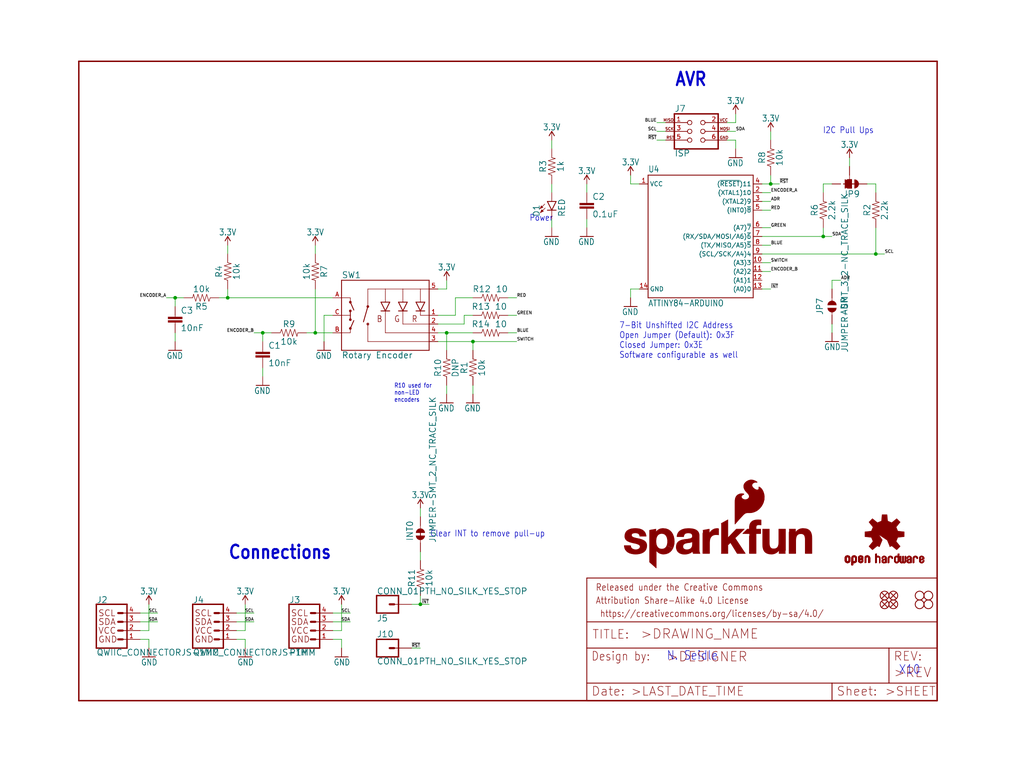
<source format=kicad_sch>
(kicad_sch (version 20211123) (generator eeschema)
  (paper "User" 297.002 223.926)
  (lib_symbols
    (symbol "eagleSchem-eagle-import:0.1UF-0603-25V-(+80{slash}-20%)"
      (property "Reference" "C" (at 1.524 2.921 0))
      (property "Value" "0.1UF-0603-25V-(+80{slash}-20%)" (at 1.524 -2.159 0))
      (symbol "0.1UF-0603-25V-(+80{slash}-20%)_1_0"
        (pin passive line (at 0 5.08 270) (length 2.54) (name "1") (number "1"))
        (pin passive line (at 0 -2.54 90) (length 2.54) (name "2") (number "2"))
      )
    )
    (symbol "eagleSchem-eagle-import:10KOHM-0603-1{slash}10W-1%"
      (property "Reference" "R" (at 0 1.524 0))
      (property "Value" "10KOHM-0603-1{slash}10W-1%" (at 0 -1.524 0))
      (symbol "10KOHM-0603-1{slash}10W-1%_1_0"
        (pin passive line (at -5.08 0 0) (length 2.54) (name "1") (number "1"))
        (pin passive line (at 5.08 0 180) (length 2.54) (name "2") (number "2"))
      )
    )
    (symbol "eagleSchem-eagle-import:10NF-0603-50V-10%"
      (property "Reference" "C" (at 1.524 2.921 0))
      (property "Value" "10NF-0603-50V-10%" (at 1.524 -2.159 0))
      (symbol "10NF-0603-50V-10%_1_0"
        (pin passive line (at 0 5.08 270) (length 2.54) (name "1") (number "1"))
        (pin passive line (at 0 -2.54 90) (length 2.54) (name "2") (number "2"))
      )
    )
    (symbol "eagleSchem-eagle-import:10OHM-0603-1{slash}10W-1%"
      (property "Reference" "R" (at 0 1.524 0))
      (property "Value" "10OHM-0603-1{slash}10W-1%" (at 0 -1.524 0))
      (symbol "10OHM-0603-1{slash}10W-1%_1_0"
        (pin passive line (at -5.08 0 0) (length 2.54) (name "1") (number "1"))
        (pin passive line (at 5.08 0 180) (length 2.54) (name "2") (number "2"))
      )
    )
    (symbol "eagleSchem-eagle-import:1KOHM-0603-1{slash}10W-1%"
      (property "Reference" "R" (at 0 1.524 0))
      (property "Value" "1KOHM-0603-1{slash}10W-1%" (at 0 -1.524 0))
      (symbol "1KOHM-0603-1{slash}10W-1%_1_0"
        (pin passive line (at -5.08 0 0) (length 2.54) (name "1") (number "1"))
        (pin passive line (at 5.08 0 180) (length 2.54) (name "2") (number "2"))
      )
    )
    (symbol "eagleSchem-eagle-import:2.2KOHM-0603-1{slash}10W-1%"
      (property "Reference" "R" (at 0 1.524 0))
      (property "Value" "2.2KOHM-0603-1{slash}10W-1%" (at 0 -1.524 0))
      (symbol "2.2KOHM-0603-1{slash}10W-1%_1_0"
        (pin passive line (at -5.08 0 0) (length 2.54) (name "1") (number "1"))
        (pin passive line (at 5.08 0 180) (length 2.54) (name "2") (number "2"))
      )
    )
    (symbol "eagleSchem-eagle-import:3.3V" (power)
      (property "Value" "3.3V" (at 0 2.794 0))
      (symbol "3.3V_1_0"
        (pin power_in line (at 0 0 90) (length 2.54) (name "3.3V") (number "1"))
      )
    )
    (symbol "eagleSchem-eagle-import:ATTINY84-ARDUINO"
      (property "Reference" "U" (at -15.24 18.542 0))
      (property "Value" "ATTINY84-ARDUINO" (at -15.24 -20.32 0))
      (symbol "ATTINY84-ARDUINO_1_0"
        (pin bidirectional line (at -17.78 15.24 0) (length 2.54) (name "VCC") (number "1"))
        (pin bidirectional line (at 17.78 -7.62 180) (length 2.54) (name "(A3)3") (number "10"))
        (pin bidirectional line (at 17.78 -10.16 180) (length 2.54) (name "(A2)2") (number "11"))
        (pin bidirectional line (at 17.78 -12.7 180) (length 2.54) (name "(A1)1") (number "12"))
        (pin bidirectional line (at 17.78 -15.24 180) (length 2.54) (name "(A0)0") (number "13"))
        (pin bidirectional line (at -17.78 -15.24 0) (length 2.54) (name "GND") (number "14"))
        (pin bidirectional line (at 17.78 12.7 180) (length 2.54) (name "(XTAL1)10") (number "2"))
        (pin bidirectional line (at 17.78 10.16 180) (length 2.54) (name "(XTAL2)9") (number "3"))
        (pin bidirectional line (at 17.78 15.24 180) (length 2.54) (name "(~{RESET})11") (number "4"))
        (pin bidirectional line (at 17.78 7.62 180) (length 2.54) (name "(INT0)~{8}") (number "5"))
        (pin bidirectional line (at 17.78 2.54 180) (length 2.54) (name "(A7)~{7}") (number "6"))
        (pin bidirectional line (at 17.78 0 180) (length 2.54) (name "(RX/SDA/MOSI/A6)~{6}") (number "7"))
        (pin bidirectional line (at 17.78 -2.54 180) (length 2.54) (name "(TX/MISO/A5)~{5}") (number "8"))
        (pin bidirectional line (at 17.78 -5.08 180) (length 2.54) (name "(SCL/SCK/A4)4") (number "9"))
      )
    )
    (symbol "eagleSchem-eagle-import:AVR_SPI_PROG_3X2TESTPOINTS"
      (property "Reference" "J" (at -5.08 5.588 0))
      (property "Value" "AVR_SPI_PROG_3X2TESTPOINTS" (at -5.08 -7.366 0))
      (symbol "AVR_SPI_PROG_3X2TESTPOINTS_1_0"
        (text "GND" (at 8.001 -2.286 0) (effects (font (size 0.8128 0.8128)) (justify left bottom)))
        (text "MISO" (at -5.207 2.794 0) (effects (font (size 0.8128 0.8128)) (justify right bottom)))
        (text "MOSI" (at 8.001 0.254 0) (effects (font (size 0.8128 0.8128)) (justify left bottom)))
        (text "RST" (at -5.08 -2.286 0) (effects (font (size 0.8128 0.8128)) (justify right bottom)))
        (text "SCK" (at -5.207 0.254 0) (effects (font (size 0.8128 0.8128)) (justify right bottom)))
        (text "VCC" (at 8.001 2.794 0) (effects (font (size 0.8128 0.8128)) (justify left bottom)))
        (pin passive inverted (at -7.62 2.54 0) (length 7.62) (name "1") (number "1"))
        (pin passive inverted (at 10.16 2.54 180) (length 7.62) (name "2") (number "2"))
        (pin passive inverted (at -7.62 0 0) (length 7.62) (name "3") (number "3"))
        (pin passive inverted (at 10.16 0 180) (length 7.62) (name "4") (number "4"))
        (pin passive inverted (at -7.62 -2.54 0) (length 7.62) (name "5") (number "5"))
        (pin passive inverted (at 10.16 -2.54 180) (length 7.62) (name "6") (number "6"))
      )
    )
    (symbol "eagleSchem-eagle-import:CONN_01PTH_NO_SILK_YES_STOP"
      (property "Reference" "J" (at -2.54 3.048 0))
      (property "Value" "CONN_01PTH_NO_SILK_YES_STOP" (at -2.54 -4.826 0))
      (symbol "CONN_01PTH_NO_SILK_YES_STOP_1_0"
        (pin passive line (at 7.62 0 180) (length 5.08) (name "1") (number "1"))
      )
    )
    (symbol "eagleSchem-eagle-import:ENCODER-RGB-SWITCHKIT"
      (property "Reference" "S" (at -12.7 10.414 0))
      (property "Value" "ENCODER-RGB-SWITCHKIT" (at -12.7 -10.541 0))
      (symbol "ENCODER-RGB-SWITCHKIT_1_0"
        (text "B" (at -2.54 0 0) (effects (font (size 1.778 1.5113)) (justify left top)))
        (text "G" (at 2.54 0 0) (effects (font (size 1.778 1.5113)) (justify left top)))
        (text "R" (at 7.62 0 0) (effects (font (size 1.778 1.5113)) (justify left top)))
        (pin passive line (at 15.24 0 180) (length 2.54) (name "-R") (number "1"))
        (pin passive line (at 15.24 -2.54 180) (length 2.54) (name "-G") (number "2"))
        (pin passive line (at 15.24 -7.62 180) (length 2.54) (name "SW") (number "3"))
        (pin passive line (at 15.24 -5.08 180) (length 2.54) (name "-B") (number "4"))
        (pin passive line (at 15.24 7.62 180) (length 2.54) (name "+") (number "5"))
        (pin bidirectional line (at -15.24 5.08 0) (length 2.54) (name "A") (number "A"))
        (pin bidirectional line (at -15.24 -5.08 0) (length 2.54) (name "B") (number "B"))
        (pin bidirectional line (at -15.24 0 0) (length 2.54) (name "C") (number "C"))
      )
    )
    (symbol "eagleSchem-eagle-import:FIDUCIALUFIDUCIAL")
    (symbol "eagleSchem-eagle-import:FRAME-LETTER"
      (symbol "FRAME-LETTER_2_0"
        (text " https://creativecommons.org/licenses/by-sa/4.0/" (at 2.54 24.13 0) (effects (font (size 1.9304 1.6408)) (justify left bottom)))
        (text ">DESIGNER" (at 23.114 11.176 0) (effects (font (size 2.7432 2.7432)) (justify left bottom)))
        (text ">DRAWING_NAME" (at 15.494 17.78 0) (effects (font (size 2.7432 2.7432)) (justify left bottom)))
        (text ">LAST_DATE_TIME" (at 12.7 1.27 0) (effects (font (size 2.54 2.54)) (justify left bottom)))
        (text ">REV" (at 88.9 6.604 0) (effects (font (size 2.7432 2.7432)) (justify left bottom)))
        (text ">SHEET" (at 86.36 1.27 0) (effects (font (size 2.54 2.54)) (justify left bottom)))
        (text "Attribution Share-Alike 4.0 License" (at 2.54 27.94 0) (effects (font (size 1.9304 1.6408)) (justify left bottom)))
        (text "Date:" (at 1.27 1.27 0) (effects (font (size 2.54 2.54)) (justify left bottom)))
        (text "Design by:" (at 1.27 11.43 0) (effects (font (size 2.54 2.159)) (justify left bottom)))
        (text "Released under the Creative Commons" (at 2.54 31.75 0) (effects (font (size 1.9304 1.6408)) (justify left bottom)))
        (text "REV:" (at 88.9 11.43 0) (effects (font (size 2.54 2.54)) (justify left bottom)))
        (text "Sheet:" (at 72.39 1.27 0) (effects (font (size 2.54 2.54)) (justify left bottom)))
        (text "TITLE:" (at 1.524 17.78 0) (effects (font (size 2.54 2.54)) (justify left bottom)))
      )
    )
    (symbol "eagleSchem-eagle-import:GND" (power)
      (property "Value" "GND" (at -2.54 -2.54 0))
      (symbol "GND_1_0"
        (pin power_in line (at 0 2.54 270) (length 2.54) (name "GND") (number "1"))
      )
    )
    (symbol "eagleSchem-eagle-import:I2C_STANDARD_NO_SILK"
      (property "Reference" "J" (at -5.08 7.874 0))
      (property "Value" "I2C_STANDARD_NO_SILK" (at -5.08 -5.334 0))
      (symbol "I2C_STANDARD_NO_SILK_1_0"
        (text "GND" (at -4.572 -2.54 0) (effects (font (size 1.778 1.778)) (justify left)))
        (text "SCL" (at -4.572 5.08 0) (effects (font (size 1.778 1.778)) (justify left)))
        (text "SDA" (at -4.572 2.54 0) (effects (font (size 1.778 1.778)) (justify left)))
        (text "VCC" (at -4.572 0 0) (effects (font (size 1.778 1.778)) (justify left)))
        (pin power_in line (at 7.62 -2.54 180) (length 5.08) (name "GND") (number "1"))
        (pin power_in line (at 7.62 0 180) (length 5.08) (name "VCC") (number "2"))
        (pin passive line (at 7.62 2.54 180) (length 5.08) (name "SDA") (number "3"))
        (pin passive line (at 7.62 5.08 180) (length 5.08) (name "SCL") (number "4"))
      )
    )
    (symbol "eagleSchem-eagle-import:JUMPER-SMT_2_NC_TRACE_SILK"
      (property "Reference" "JP" (at -2.54 2.54 0))
      (property "Value" "JUMPER-SMT_2_NC_TRACE_SILK" (at -2.54 -2.54 0))
      (symbol "JUMPER-SMT_2_NC_TRACE_SILK_1_0"
        (pin passive line (at -5.08 0 0) (length 2.54) (name "1") (number "1"))
        (pin passive line (at 5.08 0 180) (length 2.54) (name "2") (number "2"))
      )
    )
    (symbol "eagleSchem-eagle-import:JUMPER-SMT_2_NO_SILK"
      (property "Reference" "JP" (at -2.54 2.54 0))
      (property "Value" "JUMPER-SMT_2_NO_SILK" (at -2.54 -2.54 0))
      (symbol "JUMPER-SMT_2_NO_SILK_1_0"
        (pin passive line (at -5.08 0 0) (length 2.54) (name "1") (number "1"))
        (pin passive line (at 5.08 0 180) (length 2.54) (name "2") (number "2"))
      )
    )
    (symbol "eagleSchem-eagle-import:JUMPER-SMT_3_2-NC_TRACE_SILK"
      (property "Reference" "JP" (at 2.54 0.381 0))
      (property "Value" "JUMPER-SMT_3_2-NC_TRACE_SILK" (at 2.54 -0.381 0))
      (symbol "JUMPER-SMT_3_2-NC_TRACE_SILK_1_0"
        (pin passive line (at 0 5.08 270) (length 2.54) (name "1") (number "1"))
        (pin passive line (at -5.08 0 0) (length 2.54) (name "2") (number "2"))
        (pin passive line (at 0 -5.08 90) (length 2.54) (name "3") (number "3"))
      )
    )
    (symbol "eagleSchem-eagle-import:LED-RED0603"
      (property "Reference" "D" (at -3.429 -4.572 90))
      (property "Value" "LED-RED0603" (at 1.905 -4.572 90))
      (symbol "LED-RED0603_1_0"
        (pin passive line (at 0 2.54 270) (length 2.54) (name "A") (number "A"))
        (pin passive line (at 0 -5.08 90) (length 2.54) (name "C") (number "C"))
      )
    )
    (symbol "eagleSchem-eagle-import:OSHW-LOGOMINI")
    (symbol "eagleSchem-eagle-import:QWIIC_CONNECTORJS-1MM"
      (property "Reference" "J" (at -5.08 7.874 0))
      (property "Value" "QWIIC_CONNECTORJS-1MM" (at -5.08 -5.334 0))
      (symbol "QWIIC_CONNECTORJS-1MM_1_0"
        (text "GND" (at -4.572 -2.54 0) (effects (font (size 1.778 1.778)) (justify left)))
        (text "SCL" (at -4.572 5.08 0) (effects (font (size 1.778 1.778)) (justify left)))
        (text "SDA" (at -4.572 2.54 0) (effects (font (size 1.778 1.778)) (justify left)))
        (text "VCC" (at -4.572 0 0) (effects (font (size 1.778 1.778)) (justify left)))
        (pin power_in line (at 7.62 -2.54 180) (length 5.08) (name "1") (number "1"))
        (pin power_in line (at 7.62 0 180) (length 5.08) (name "2") (number "2"))
        (pin passive line (at 7.62 2.54 180) (length 5.08) (name "3") (number "3"))
        (pin passive line (at 7.62 5.08 180) (length 5.08) (name "4") (number "4"))
      )
    )
    (symbol "eagleSchem-eagle-import:SFE_LOGO_FLAME.1EXP")
    (symbol "eagleSchem-eagle-import:SFE_LOGO_NAME_FLAME.1_INCH")
    (symbol "eagleSchem-eagle-import:STAND-OFF")
  )
  (junction (at 66.04 86.36))
  (junction (at 91.44 96.52))
  (junction (at 50.8 86.36))
  (junction (at 238.76 68.58))
  (junction (at 223.52 53.34))
  (junction (at 76.2 96.52))
  (junction (at 137.16 99.06))
  (junction (at 129.54 96.52))
  (junction (at 121.92 175.26))
  (junction (at 254 73.66))
  (wire (pts (xy 170.18 55.88) (xy 170.18 53.34)))
  (wire (pts (xy 132.08 91.44) (xy 132.08 86.36)))
  (wire (pts (xy 160.02 43.18) (xy 160.02 40.64)))
  (wire (pts (xy 78.74 96.52) (xy 76.2 96.52)))
  (wire (pts (xy 50.8 86.36) (xy 48.26 86.36)))
  (wire (pts (xy 254 73.66) (xy 256.54 73.66)))
  (wire (pts (xy 220.98 53.34) (xy 223.52 53.34)))
  (wire (pts (xy 43.18 182.88) (xy 43.18 175.26)))
  (wire (pts (xy 96.52 180.34) (xy 101.6 180.34)))
  (wire (pts (xy 246.38 48.26) (xy 246.38 45.72)))
  (wire (pts (xy 129.54 96.52) (xy 137.16 96.52)))
  (wire (pts (xy 220.98 78.74) (xy 223.52 78.74)))
  (wire (pts (xy 129.54 101.6) (xy 129.54 96.52)))
  (wire (pts (xy 119.38 175.26) (xy 121.92 175.26)))
  (wire (pts (xy 68.58 180.34) (xy 73.66 180.34)))
  (wire (pts (xy 134.62 91.44) (xy 137.16 91.44)))
  (wire (pts (xy 213.36 40.64) (xy 213.36 43.18)))
  (wire (pts (xy 68.58 177.8) (xy 73.66 177.8)))
  (wire (pts (xy 88.9 96.52) (xy 91.44 96.52)))
  (wire (pts (xy 121.92 175.26) (xy 124.46 175.26)))
  (wire (pts (xy 40.64 177.8) (xy 45.72 177.8)))
  (wire (pts (xy 96.52 86.36) (xy 66.04 86.36)))
  (wire (pts (xy 91.44 83.82) (xy 91.44 96.52)))
  (wire (pts (xy 193.04 40.64) (xy 190.5 40.64)))
  (wire (pts (xy 137.16 101.6) (xy 137.16 99.06)))
  (wire (pts (xy 220.98 73.66) (xy 254 73.66)))
  (wire (pts (xy 182.88 83.82) (xy 182.88 86.36)))
  (wire (pts (xy 96.52 91.44) (xy 93.98 91.44)))
  (wire (pts (xy 210.82 38.1) (xy 213.36 38.1)))
  (wire (pts (xy 134.62 93.98) (xy 134.62 91.44)))
  (wire (pts (xy 50.8 99.06) (xy 50.8 96.52)))
  (wire (pts (xy 76.2 109.22) (xy 76.2 106.68)))
  (wire (pts (xy 96.52 177.8) (xy 101.6 177.8)))
  (wire (pts (xy 121.92 147.32) (xy 121.92 149.86)))
  (wire (pts (xy 220.98 58.42) (xy 223.52 58.42)))
  (wire (pts (xy 182.88 53.34) (xy 182.88 50.8)))
  (wire (pts (xy 160.02 55.88) (xy 160.02 53.34)))
  (wire (pts (xy 160.02 66.04) (xy 160.02 63.5)))
  (wire (pts (xy 91.44 71.12) (xy 91.44 73.66)))
  (wire (pts (xy 220.98 66.04) (xy 223.52 66.04)))
  (wire (pts (xy 147.32 86.36) (xy 149.86 86.36)))
  (wire (pts (xy 170.18 63.5) (xy 170.18 66.04)))
  (wire (pts (xy 121.92 160.02) (xy 121.92 162.56)))
  (wire (pts (xy 254 66.04) (xy 254 73.66)))
  (wire (pts (xy 241.3 83.82) (xy 241.3 81.28)))
  (wire (pts (xy 241.3 81.28) (xy 243.84 81.28)))
  (wire (pts (xy 220.98 83.82) (xy 223.52 83.82)))
  (wire (pts (xy 129.54 114.3) (xy 129.54 111.76)))
  (wire (pts (xy 50.8 88.9) (xy 50.8 86.36)))
  (wire (pts (xy 43.18 185.42) (xy 43.18 187.96)))
  (wire (pts (xy 147.32 96.52) (xy 149.86 96.52)))
  (wire (pts (xy 220.98 60.96) (xy 223.52 60.96)))
  (wire (pts (xy 223.52 53.34) (xy 223.52 50.8)))
  (wire (pts (xy 147.32 91.44) (xy 149.86 91.44)))
  (wire (pts (xy 66.04 83.82) (xy 66.04 86.36)))
  (wire (pts (xy 137.16 99.06) (xy 149.86 99.06)))
  (wire (pts (xy 220.98 76.2) (xy 223.52 76.2)))
  (wire (pts (xy 68.58 182.88) (xy 71.12 182.88)))
  (wire (pts (xy 40.64 185.42) (xy 43.18 185.42)))
  (wire (pts (xy 71.12 185.42) (xy 71.12 187.96)))
  (wire (pts (xy 220.98 68.58) (xy 238.76 68.58)))
  (wire (pts (xy 213.36 33.02) (xy 213.36 35.56)))
  (wire (pts (xy 241.3 93.98) (xy 241.3 96.52)))
  (wire (pts (xy 71.12 182.88) (xy 71.12 175.26)))
  (wire (pts (xy 220.98 55.88) (xy 223.52 55.88)))
  (wire (pts (xy 76.2 96.52) (xy 73.66 96.52)))
  (wire (pts (xy 119.38 187.96) (xy 121.92 187.96)))
  (wire (pts (xy 241.3 53.34) (xy 238.76 53.34)))
  (wire (pts (xy 210.82 40.64) (xy 213.36 40.64)))
  (wire (pts (xy 193.04 38.1) (xy 190.5 38.1)))
  (wire (pts (xy 96.52 185.42) (xy 99.06 185.42)))
  (wire (pts (xy 66.04 86.36) (xy 63.5 86.36)))
  (wire (pts (xy 238.76 66.04) (xy 238.76 68.58)))
  (wire (pts (xy 127 83.82) (xy 129.54 83.82)))
  (wire (pts (xy 220.98 71.12) (xy 223.52 71.12)))
  (wire (pts (xy 238.76 68.58) (xy 241.3 68.58)))
  (wire (pts (xy 185.42 83.82) (xy 182.88 83.82)))
  (wire (pts (xy 254 53.34) (xy 254 55.88)))
  (wire (pts (xy 127 96.52) (xy 129.54 96.52)))
  (wire (pts (xy 40.64 182.88) (xy 43.18 182.88)))
  (wire (pts (xy 99.06 185.42) (xy 99.06 187.96)))
  (wire (pts (xy 132.08 86.36) (xy 137.16 86.36)))
  (wire (pts (xy 185.42 53.34) (xy 182.88 53.34)))
  (wire (pts (xy 121.92 172.72) (xy 121.92 175.26)))
  (wire (pts (xy 193.04 35.56) (xy 190.5 35.56)))
  (wire (pts (xy 223.52 40.64) (xy 223.52 38.1)))
  (wire (pts (xy 76.2 96.52) (xy 76.2 99.06)))
  (wire (pts (xy 68.58 185.42) (xy 71.12 185.42)))
  (wire (pts (xy 251.46 53.34) (xy 254 53.34)))
  (wire (pts (xy 129.54 83.82) (xy 129.54 81.28)))
  (wire (pts (xy 127 99.06) (xy 137.16 99.06)))
  (wire (pts (xy 40.64 180.34) (xy 45.72 180.34)))
  (wire (pts (xy 223.52 53.34) (xy 226.06 53.34)))
  (wire (pts (xy 210.82 35.56) (xy 213.36 35.56)))
  (wire (pts (xy 93.98 91.44) (xy 93.98 99.06)))
  (wire (pts (xy 238.76 53.34) (xy 238.76 55.88)))
  (wire (pts (xy 53.34 86.36) (xy 50.8 86.36)))
  (wire (pts (xy 127 93.98) (xy 134.62 93.98)))
  (wire (pts (xy 137.16 114.3) (xy 137.16 111.76)))
  (wire (pts (xy 127 91.44) (xy 132.08 91.44)))
  (wire (pts (xy 99.06 182.88) (xy 99.06 175.26)))
  (wire (pts (xy 66.04 71.12) (xy 66.04 73.66)))
  (wire (pts (xy 96.52 96.52) (xy 91.44 96.52)))
  (wire (pts (xy 96.52 182.88) (xy 99.06 182.88)))
  (text "I2C Pull Ups" (at 238.633 38.989 180) (effects (font (size 1.778 1.5113)) (justify left bottom)))
  (text "Connections" (at 66.04 162.56 180) (effects (font (size 3.81 3.2385) (thickness 0.6477) bold) (justify left bottom)))
  (text "Clear INT to remove pull-up" (at 124.714 155.956 180) (effects (font (size 1.778 1.5113)) (justify left bottom)))
  (text "R10 used for\nnon-LED\nencoders" (at 114.3 116.84 180) (effects (font (size 1.27 1.0795)) (justify left bottom)))
  (text "X10" (at 260.604 195.834 180) (effects (font (size 2.54 2.159)) (justify left bottom)))
  (text "N. Seidle" (at 193.294 191.77 180) (effects (font (size 2.54 2.159)) (justify left bottom)))
  (text "Power" (at 153.543 64.389 180) (effects (font (size 1.778 1.5113)) (justify left bottom)))
  (text "7-Bit Unshifted I2C Address\nOpen Jumper (Default): 0x3F\nClosed Jumper: 0x3E\nSoftware configurable as well" (at 179.578 104.14 0) (effects (font (size 1.778 1.5113)) (justify left bottom)))
  (text "AVR" (at 195.58 25.4 180) (effects (font (size 3.81 3.2385) (thickness 0.6477) bold) (justify left bottom)))
  (label "ENCODER_A" (at 223.52 55.88 0) (effects (font (size 0.889 0.889))))
  (label "ENCODER_B" (at 73.66 96.52 180) (effects (font (size 0.889 0.889))))
  (label "SCL" (at 101.6 177.8 180) (effects (font (size 0.889 0.889))))
  (label "ADR" (at 243.84 81.28 0) (effects (font (size 0.889 0.889))))
  (label "RED" (at 149.86 86.36 0) (effects (font (size 0.889 0.889))))
  (label "SCL" (at 73.66 177.8 180) (effects (font (size 0.889 0.889))))
  (label "RED" (at 223.52 60.96 0) (effects (font (size 0.889 0.889))))
  (label "ENCODER_B" (at 223.52 78.74 0) (effects (font (size 0.889 0.889))))
  (label "GREEN" (at 149.86 91.44 0) (effects (font (size 0.889 0.889))))
  (label "GREEN" (at 223.52 66.04 0) (effects (font (size 0.889 0.889))))
  (label "~{RST}" (at 226.06 53.34 0) (effects (font (size 0.889 0.889))))
  (label "SCL" (at 190.5 38.1 180) (effects (font (size 0.889 0.889))))
  (label "BLUE" (at 223.52 71.12 0) (effects (font (size 0.889 0.889))))
  (label "SDA" (at 101.6 180.34 180) (effects (font (size 0.889 0.889))))
  (label "BLUE" (at 149.86 96.52 0) (effects (font (size 0.889 0.889))))
  (label "~{INT}" (at 124.46 175.26 180) (effects (font (size 0.889 0.889))))
  (label "~{RST}" (at 121.92 187.96 180) (effects (font (size 0.889 0.889))))
  (label "~{RST}" (at 190.5 40.64 180) (effects (font (size 0.889 0.889))))
  (label "~{INT}" (at 223.52 83.82 0) (effects (font (size 0.889 0.889))))
  (label "SWITCH" (at 149.86 99.06 0) (effects (font (size 0.889 0.889))))
  (label "SDA" (at 45.72 180.34 180) (effects (font (size 0.889 0.889))))
  (label "SDA" (at 73.66 180.34 180) (effects (font (size 0.889 0.889))))
  (label "SDA" (at 241.3 68.58 0) (effects (font (size 0.889 0.889))))
  (label "SWITCH" (at 223.52 76.2 0) (effects (font (size 0.889 0.889))))
  (label "ADR" (at 223.52 58.42 0) (effects (font (size 0.889 0.889))))
  (label "SDA" (at 213.36 38.1 0) (effects (font (size 0.889 0.889))))
  (label "SCL" (at 256.54 73.66 0) (effects (font (size 0.889 0.889))))
  (label "BLUE" (at 190.5 35.56 180) (effects (font (size 0.889 0.889))))
  (label "SCL" (at 45.72 177.8 180) (effects (font (size 0.889 0.889))))
  (label "ENCODER_A" (at 48.26 86.36 180) (effects (font (size 0.889 0.889))))
  (symbol (lib_id "eagleSchem-eagle-import:STAND-OFF") (at 269.24 172.72 0) (unit 1)
    (property "Reference" "JP3" (effects hide))
    (property "Value" "STAND-OFF" (effects hide))
    (property "Footprint" "eagleSchem:STAND-OFF" (effects hide))
  )
  (symbol (lib_id "eagleSchem-eagle-import:2.2KOHM-0603-1{slash}10W-1%") (at 254 60.96 90) (unit 1)
    (property "Reference" "R2" (at 252.476 60.96 0) (effects (font (size 1.778 1.778)) (justify bottom)))
    (property "Value" "2.2k" (at 255.524 60.96 0) (effects (font (size 1.778 1.778)) (justify top)))
    (property "Footprint" "eagleSchem:0603" (effects hide))
  )
  (symbol (lib_id "eagleSchem-eagle-import:10KOHM-0603-1{slash}10W-1%") (at 66.04 78.74 90) (unit 1)
    (property "Reference" "R4" (at 64.516 78.74 0) (effects (font (size 1.778 1.778)) (justify bottom)))
    (property "Value" "10k" (at 67.564 78.74 0) (effects (font (size 1.778 1.778)) (justify top)))
    (property "Footprint" "eagleSchem:0603" (effects hide))
  )
  (symbol (lib_id "eagleSchem-eagle-import:ENCODER-RGB-SWITCHKIT") (at 111.76 91.44 0) (unit 1)
    (property "Reference" "SW1" (at 99.06 80.772 0) (effects (font (size 1.778 1.778)) (justify left bottom)))
    (property "Value" "Rotary Encoder" (at 99.06 104.013 0) (effects (font (size 1.778 1.778)) (justify left bottom)))
    (property "Footprint" "eagleSchem:ENCODER_LED_3_KIT" (effects hide))
  )
  (symbol (lib_id "eagleSchem-eagle-import:STAND-OFF") (at 266.7 175.26 0) (unit 1)
    (property "Reference" "JP13" (effects hide))
    (property "Value" "STAND-OFF" (effects hide))
    (property "Footprint" "eagleSchem:STAND-OFF" (effects hide))
  )
  (symbol (lib_id "eagleSchem-eagle-import:GND") (at 170.18 68.58 0) (unit 1)
    (property "Reference" "#GND5" (effects hide))
    (property "Value" "GND" (at 167.64 71.12 0) (effects (font (size 1.778 1.5113)) (justify left bottom)))
    (property "Footprint" "eagleSchem:" (effects hide))
  )
  (symbol (lib_id "eagleSchem-eagle-import:3.3V") (at 182.88 50.8 0) (unit 1)
    (property "Reference" "#SUPPLY17" (effects hide))
    (property "Value" "3.3V" (at 182.88 48.006 0) (effects (font (size 1.778 1.5113)) (justify bottom)))
    (property "Footprint" "eagleSchem:" (effects hide))
  )
  (symbol (lib_id "eagleSchem-eagle-import:3.3V") (at 223.52 38.1 0) (unit 1)
    (property "Reference" "#SUPPLY18" (effects hide))
    (property "Value" "3.3V" (at 223.52 35.306 0) (effects (font (size 1.778 1.5113)) (justify bottom)))
    (property "Footprint" "eagleSchem:" (effects hide))
  )
  (symbol (lib_id "eagleSchem-eagle-import:QWIIC_CONNECTORJS-1MM") (at 33.02 182.88 0) (unit 1)
    (property "Reference" "J2" (at 27.94 175.006 0) (effects (font (size 1.778 1.778)) (justify left bottom)))
    (property "Value" "QWIIC_CONNECTORJS-1MM" (at 27.94 188.214 0) (effects (font (size 1.778 1.778)) (justify left top)))
    (property "Footprint" "eagleSchem:1X04_1MM_RA" (effects hide))
  )
  (symbol (lib_id "eagleSchem-eagle-import:10NF-0603-50V-10%") (at 76.2 104.14 0) (unit 1)
    (property "Reference" "C1" (at 77.724 101.219 0) (effects (font (size 1.778 1.778)) (justify left bottom)))
    (property "Value" "10nF" (at 77.724 106.299 0) (effects (font (size 1.778 1.778)) (justify left bottom)))
    (property "Footprint" "eagleSchem:0603" (effects hide))
  )
  (symbol (lib_id "eagleSchem-eagle-import:GND") (at 213.36 45.72 0) (unit 1)
    (property "Reference" "#GND14" (effects hide))
    (property "Value" "GND" (at 210.82 48.26 0) (effects (font (size 1.778 1.5113)) (justify left bottom)))
    (property "Footprint" "eagleSchem:" (effects hide))
  )
  (symbol (lib_id "eagleSchem-eagle-import:FIDUCIALUFIDUCIAL") (at 256.54 172.72 0) (unit 1)
    (property "Reference" "JP2" (effects hide))
    (property "Value" "FIDUCIALUFIDUCIAL" (effects hide))
    (property "Footprint" "eagleSchem:MICRO-FIDUCIAL" (effects hide))
  )
  (symbol (lib_id "eagleSchem-eagle-import:3.3V") (at 66.04 71.12 0) (unit 1)
    (property "Reference" "#SUPPLY2" (effects hide))
    (property "Value" "3.3V" (at 66.04 68.326 0) (effects (font (size 1.778 1.5113)) (justify bottom)))
    (property "Footprint" "eagleSchem:" (effects hide))
  )
  (symbol (lib_id "eagleSchem-eagle-import:3.3V") (at 213.36 33.02 0) (unit 1)
    (property "Reference" "#SUPPLY19" (effects hide))
    (property "Value" "3.3V" (at 213.36 30.226 0) (effects (font (size 1.778 1.5113)) (justify bottom)))
    (property "Footprint" "eagleSchem:" (effects hide))
  )
  (symbol (lib_id "eagleSchem-eagle-import:3.3V") (at 160.02 40.64 0) (unit 1)
    (property "Reference" "#SUPPLY10" (effects hide))
    (property "Value" "3.3V" (at 160.02 37.846 0) (effects (font (size 1.778 1.5113)) (justify bottom)))
    (property "Footprint" "eagleSchem:" (effects hide))
  )
  (symbol (lib_id "eagleSchem-eagle-import:3.3V") (at 246.38 45.72 0) (unit 1)
    (property "Reference" "#SUPPLY15" (effects hide))
    (property "Value" "3.3V" (at 246.38 42.926 0) (effects (font (size 1.778 1.5113)) (justify bottom)))
    (property "Footprint" "eagleSchem:" (effects hide))
  )
  (symbol (lib_id "eagleSchem-eagle-import:AVR_SPI_PROG_3X2TESTPOINTS") (at 200.66 38.1 0) (unit 1)
    (property "Reference" "J7" (at 195.58 32.512 0) (effects (font (size 1.778 1.778)) (justify left bottom)))
    (property "Value" "ISP" (at 195.58 45.466 0) (effects (font (size 1.778 1.778)) (justify left bottom)))
    (property "Footprint" "eagleSchem:2X3_TEST_POINTS" (effects hide))
  )
  (symbol (lib_id "eagleSchem-eagle-import:OSHW-LOGOMINI") (at 256.54 154.94 0) (unit 1)
    (property "Reference" "LOGO1" (effects hide))
    (property "Value" "OSHW-LOGOMINI" (effects hide))
    (property "Footprint" "eagleSchem:OSHW-LOGO-MINI" (effects hide))
  )
  (symbol (lib_id "eagleSchem-eagle-import:GND") (at 43.18 190.5 0) (mirror y) (unit 1)
    (property "Reference" "#GND6" (effects hide))
    (property "Value" "GND" (at 45.72 193.04 0) (effects (font (size 1.778 1.5113)) (justify left bottom)))
    (property "Footprint" "eagleSchem:" (effects hide))
  )
  (symbol (lib_id "eagleSchem-eagle-import:3.3V") (at 170.18 53.34 0) (unit 1)
    (property "Reference" "#SUPPLY12" (effects hide))
    (property "Value" "3.3V" (at 170.18 50.546 0) (effects (font (size 1.778 1.5113)) (justify bottom)))
    (property "Footprint" "eagleSchem:" (effects hide))
  )
  (symbol (lib_id "eagleSchem-eagle-import:GND") (at 76.2 111.76 0) (unit 1)
    (property "Reference" "#GND9" (effects hide))
    (property "Value" "GND" (at 73.66 114.3 0) (effects (font (size 1.778 1.5113)) (justify left bottom)))
    (property "Footprint" "eagleSchem:" (effects hide))
  )
  (symbol (lib_id "eagleSchem-eagle-import:FIDUCIALUFIDUCIAL") (at 259.08 172.72 0) (unit 1)
    (property "Reference" "JP6" (effects hide))
    (property "Value" "FIDUCIALUFIDUCIAL" (effects hide))
    (property "Footprint" "eagleSchem:MICRO-FIDUCIAL" (effects hide))
  )
  (symbol (lib_id "eagleSchem-eagle-import:GND") (at 50.8 101.6 0) (unit 1)
    (property "Reference" "#GND4" (effects hide))
    (property "Value" "GND" (at 48.26 104.14 0) (effects (font (size 1.778 1.5113)) (justify left bottom)))
    (property "Footprint" "eagleSchem:" (effects hide))
  )
  (symbol (lib_id "eagleSchem-eagle-import:SFE_LOGO_FLAME.1EXP") (at 212.852 152.4 0) (unit 1)
    (property "Reference" "LOGO3" (effects hide))
    (property "Value" "SFE_LOGO_FLAME.1EXP" (effects hide))
    (property "Footprint" "eagleSchem:SFE_LOGO_FLAME_COPPER_EXPOSED_.1" (effects hide))
  )
  (symbol (lib_id "eagleSchem-eagle-import:FIDUCIALUFIDUCIAL") (at 256.54 175.26 0) (unit 1)
    (property "Reference" "JP5" (effects hide))
    (property "Value" "FIDUCIALUFIDUCIAL" (effects hide))
    (property "Footprint" "eagleSchem:MICRO-FIDUCIAL" (effects hide))
  )
  (symbol (lib_id "eagleSchem-eagle-import:GND") (at 99.06 190.5 0) (mirror y) (unit 1)
    (property "Reference" "#GND7" (effects hide))
    (property "Value" "GND" (at 101.6 193.04 0) (effects (font (size 1.778 1.5113)) (justify left bottom)))
    (property "Footprint" "eagleSchem:" (effects hide))
  )
  (symbol (lib_id "eagleSchem-eagle-import:JUMPER-SMT_3_2-NC_TRACE_SILK") (at 246.38 53.34 270) (unit 1)
    (property "Reference" "JP9" (at 244.348 57.277 90) (effects (font (size 1.778 1.778)) (justify left bottom)))
    (property "Value" "JUMPER-SMT_3_2-NC_TRACE_SILK" (at 245.999 55.88 0) (effects (font (size 1.778 1.778)) (justify left top)))
    (property "Footprint" "eagleSchem:SMT-JUMPER_3_2-NC_TRACE_SILK" (effects hide))
  )
  (symbol (lib_id "eagleSchem-eagle-import:3.3V") (at 129.54 81.28 0) (unit 1)
    (property "Reference" "#SUPPLY1" (effects hide))
    (property "Value" "3.3V" (at 129.54 78.486 0) (effects (font (size 1.778 1.5113)) (justify bottom)))
    (property "Footprint" "eagleSchem:" (effects hide))
  )
  (symbol (lib_id "eagleSchem-eagle-import:10KOHM-0603-1{slash}10W-1%") (at 129.54 106.68 90) (unit 1)
    (property "Reference" "R10" (at 128.016 106.68 0) (effects (font (size 1.778 1.778)) (justify bottom)))
    (property "Value" "DNP" (at 131.064 106.68 0) (effects (font (size 1.778 1.778)) (justify top)))
    (property "Footprint" "eagleSchem:0603" (effects hide))
  )
  (symbol (lib_id "eagleSchem-eagle-import:10KOHM-0603-1{slash}10W-1%") (at 223.52 45.72 90) (unit 1)
    (property "Reference" "R8" (at 221.996 45.72 0) (effects (font (size 1.778 1.778)) (justify bottom)))
    (property "Value" "10k" (at 225.044 45.72 0) (effects (font (size 1.778 1.778)) (justify top)))
    (property "Footprint" "eagleSchem:0603" (effects hide))
  )
  (symbol (lib_id "eagleSchem-eagle-import:10OHM-0603-1{slash}10W-1%") (at 142.24 96.52 0) (unit 1)
    (property "Reference" "R14" (at 139.446 94.996 0) (effects (font (size 1.778 1.778)) (justify bottom)))
    (property "Value" "10" (at 145.288 94.996 0) (effects (font (size 1.778 1.778)) (justify bottom)))
    (property "Footprint" "eagleSchem:0603" (effects hide))
  )
  (symbol (lib_id "eagleSchem-eagle-import:3.3V") (at 71.12 175.26 0) (mirror y) (unit 1)
    (property "Reference" "#SUPPLY8" (effects hide))
    (property "Value" "3.3V" (at 71.12 172.466 0) (effects (font (size 1.778 1.5113)) (justify bottom)))
    (property "Footprint" "eagleSchem:" (effects hide))
  )
  (symbol (lib_id "eagleSchem-eagle-import:10KOHM-0603-1{slash}10W-1%") (at 121.92 167.64 90) (unit 1)
    (property "Reference" "R11" (at 120.396 167.64 0) (effects (font (size 1.778 1.778)) (justify bottom)))
    (property "Value" "10k" (at 123.444 167.64 0) (effects (font (size 1.778 1.778)) (justify top)))
    (property "Footprint" "eagleSchem:0603" (effects hide))
  )
  (symbol (lib_id "eagleSchem-eagle-import:GND") (at 137.16 116.84 0) (unit 1)
    (property "Reference" "#GND1" (effects hide))
    (property "Value" "GND" (at 134.62 119.38 0) (effects (font (size 1.778 1.5113)) (justify left bottom)))
    (property "Footprint" "eagleSchem:" (effects hide))
  )
  (symbol (lib_id "eagleSchem-eagle-import:FIDUCIALUFIDUCIAL") (at 259.08 175.26 0) (unit 1)
    (property "Reference" "JP1" (effects hide))
    (property "Value" "FIDUCIALUFIDUCIAL" (effects hide))
    (property "Footprint" "eagleSchem:MICRO-FIDUCIAL" (effects hide))
  )
  (symbol (lib_id "eagleSchem-eagle-import:1KOHM-0603-1{slash}10W-1%") (at 160.02 48.26 90) (unit 1)
    (property "Reference" "R3" (at 158.496 48.26 0) (effects (font (size 1.778 1.778)) (justify bottom)))
    (property "Value" "1k" (at 161.544 48.26 0) (effects (font (size 1.778 1.778)) (justify top)))
    (property "Footprint" "eagleSchem:0603" (effects hide))
  )
  (symbol (lib_id "eagleSchem-eagle-import:10OHM-0603-1{slash}10W-1%") (at 142.24 91.44 0) (unit 1)
    (property "Reference" "R13" (at 139.446 89.916 0) (effects (font (size 1.778 1.778)) (justify bottom)))
    (property "Value" "10" (at 145.288 89.916 0) (effects (font (size 1.778 1.778)) (justify bottom)))
    (property "Footprint" "eagleSchem:0603" (effects hide))
  )
  (symbol (lib_id "eagleSchem-eagle-import:STAND-OFF") (at 269.24 175.26 0) (unit 1)
    (property "Reference" "JP4" (effects hide))
    (property "Value" "STAND-OFF" (effects hide))
    (property "Footprint" "eagleSchem:STAND-OFF" (effects hide))
  )
  (symbol (lib_id "eagleSchem-eagle-import:10KOHM-0603-1{slash}10W-1%") (at 83.82 96.52 0) (unit 1)
    (property "Reference" "R9" (at 83.82 94.996 0) (effects (font (size 1.778 1.778)) (justify bottom)))
    (property "Value" "10k" (at 83.82 98.044 0) (effects (font (size 1.778 1.778)) (justify top)))
    (property "Footprint" "eagleSchem:0603" (effects hide))
  )
  (symbol (lib_id "eagleSchem-eagle-import:FRAME-LETTER") (at 170.18 203.2 0) (unit 2)
    (property "Reference" "FRAME1" (effects hide))
    (property "Value" "FRAME-LETTER" (effects hide))
    (property "Footprint" "eagleSchem:CREATIVE_COMMONS" (effects hide))
  )
  (symbol (lib_id "eagleSchem-eagle-import:JUMPER-SMT_2_NO_SILK") (at 241.3 88.9 90) (unit 1)
    (property "Reference" "JP7" (at 238.76 91.44 0) (effects (font (size 1.778 1.778)) (justify left bottom)))
    (property "Value" "ADR" (at 243.84 91.44 0) (effects (font (size 1.778 1.778)) (justify left top)))
    (property "Footprint" "eagleSchem:SMT-JUMPER_2_NO_SILK" (effects hide))
  )
  (symbol (lib_id "eagleSchem-eagle-import:CONN_01PTH_NO_SILK_YES_STOP") (at 111.76 187.96 0) (unit 1)
    (property "Reference" "J10" (at 109.22 184.912 0) (effects (font (size 1.778 1.778)) (justify left bottom)))
    (property "Value" "CONN_01PTH_NO_SILK_YES_STOP" (at 109.22 192.786 0) (effects (font (size 1.778 1.778)) (justify left bottom)))
    (property "Footprint" "eagleSchem:1X01_NO_SILK" (effects hide))
  )
  (symbol (lib_id "eagleSchem-eagle-import:2.2KOHM-0603-1{slash}10W-1%") (at 238.76 60.96 90) (unit 1)
    (property "Reference" "R6" (at 237.236 60.96 0) (effects (font (size 1.778 1.778)) (justify bottom)))
    (property "Value" "2.2k" (at 240.284 60.96 0) (effects (font (size 1.778 1.778)) (justify top)))
    (property "Footprint" "eagleSchem:0603" (effects hide))
  )
  (symbol (lib_id "eagleSchem-eagle-import:GND") (at 182.88 88.9 0) (unit 1)
    (property "Reference" "#GND13" (effects hide))
    (property "Value" "GND" (at 180.34 91.44 0) (effects (font (size 1.778 1.5113)) (justify left bottom)))
    (property "Footprint" "eagleSchem:" (effects hide))
  )
  (symbol (lib_id "eagleSchem-eagle-import:10NF-0603-50V-10%") (at 50.8 93.98 0) (unit 1)
    (property "Reference" "C3" (at 52.324 91.059 0) (effects (font (size 1.778 1.778)) (justify left bottom)))
    (property "Value" "10nF" (at 52.324 96.139 0) (effects (font (size 1.778 1.778)) (justify left bottom)))
    (property "Footprint" "eagleSchem:0603" (effects hide))
  )
  (symbol (lib_id "eagleSchem-eagle-import:LED-RED0603") (at 160.02 58.42 0) (unit 1)
    (property "Reference" "D1" (at 156.591 62.992 90) (effects (font (size 1.778 1.778)) (justify left bottom)))
    (property "Value" "RED" (at 161.925 62.992 90) (effects (font (size 1.778 1.778)) (justify left top)))
    (property "Footprint" "eagleSchem:LED-0603" (effects hide))
  )
  (symbol (lib_id "eagleSchem-eagle-import:FRAME-LETTER") (at 22.86 203.2 0) (unit 1)
    (property "Reference" "FRAME1" (effects hide))
    (property "Value" "FRAME-LETTER" (effects hide))
    (property "Footprint" "eagleSchem:CREATIVE_COMMONS" (effects hide))
  )
  (symbol (lib_id "eagleSchem-eagle-import:3.3V") (at 43.18 175.26 0) (mirror y) (unit 1)
    (property "Reference" "#SUPPLY4" (effects hide))
    (property "Value" "3.3V" (at 43.18 172.466 0) (effects (font (size 1.778 1.5113)) (justify bottom)))
    (property "Footprint" "eagleSchem:" (effects hide))
  )
  (symbol (lib_id "eagleSchem-eagle-import:10KOHM-0603-1{slash}10W-1%") (at 137.16 106.68 90) (unit 1)
    (property "Reference" "R1" (at 135.636 106.68 0) (effects (font (size 1.778 1.778)) (justify bottom)))
    (property "Value" "10k" (at 138.684 106.68 0) (effects (font (size 1.778 1.778)) (justify top)))
    (property "Footprint" "eagleSchem:0603" (effects hide))
  )
  (symbol (lib_id "eagleSchem-eagle-import:3.3V") (at 91.44 71.12 0) (unit 1)
    (property "Reference" "#SUPPLY3" (effects hide))
    (property "Value" "3.3V" (at 91.44 68.326 0) (effects (font (size 1.778 1.5113)) (justify bottom)))
    (property "Footprint" "eagleSchem:" (effects hide))
  )
  (symbol (lib_id "eagleSchem-eagle-import:10KOHM-0603-1{slash}10W-1%") (at 91.44 78.74 270) (unit 1)
    (property "Reference" "R7" (at 92.964 78.74 0) (effects (font (size 1.778 1.778)) (justify bottom)))
    (property "Value" "10k" (at 89.916 78.74 0) (effects (font (size 1.778 1.778)) (justify top)))
    (property "Footprint" "eagleSchem:0603" (effects hide))
  )
  (symbol (lib_id "eagleSchem-eagle-import:10OHM-0603-1{slash}10W-1%") (at 142.24 86.36 0) (unit 1)
    (property "Reference" "R12" (at 139.7 84.836 0) (effects (font (size 1.778 1.778)) (justify bottom)))
    (property "Value" "10" (at 145.542 84.836 0) (effects (font (size 1.778 1.778)) (justify bottom)))
    (property "Footprint" "eagleSchem:0603" (effects hide))
  )
  (symbol (lib_id "eagleSchem-eagle-import:ATTINY84-ARDUINO") (at 203.2 68.58 0) (unit 1)
    (property "Reference" "U4" (at 187.96 50.038 0) (effects (font (size 1.778 1.5113)) (justify left bottom)))
    (property "Value" "ATTINY84-ARDUINO" (at 187.96 88.9 0) (effects (font (size 1.778 1.5113)) (justify left bottom)))
    (property "Footprint" "eagleSchem:SO14" (effects hide))
  )
  (symbol (lib_id "eagleSchem-eagle-import:I2C_STANDARD_NO_SILK") (at 88.9 182.88 0) (unit 1)
    (property "Reference" "J3" (at 83.82 175.006 0) (effects (font (size 1.778 1.778)) (justify left bottom)))
    (property "Value" "PTH" (at 83.82 188.214 0) (effects (font (size 1.778 1.778)) (justify left top)))
    (property "Footprint" "eagleSchem:1X04_NO_SILK" (effects hide))
  )
  (symbol (lib_id "eagleSchem-eagle-import:GND") (at 241.3 99.06 0) (mirror y) (unit 1)
    (property "Reference" "#GND12" (effects hide))
    (property "Value" "GND" (at 243.84 101.6 0) (effects (font (size 1.778 1.5113)) (justify left bottom)))
    (property "Footprint" "eagleSchem:" (effects hide))
  )
  (symbol (lib_id "eagleSchem-eagle-import:SFE_LOGO_NAME_FLAME.1_INCH") (at 180.34 165.1 0) (unit 1)
    (property "Reference" "LOGO2" (effects hide))
    (property "Value" "SFE_LOGO_NAME_FLAME.1_INCH" (effects hide))
    (property "Footprint" "eagleSchem:SFE_LOGO_NAME_FLAME_.1" (effects hide))
  )
  (symbol (lib_id "eagleSchem-eagle-import:3.3V") (at 121.92 147.32 0) (unit 1)
    (property "Reference" "#SUPPLY5" (effects hide))
    (property "Value" "3.3V" (at 121.92 144.526 0) (effects (font (size 1.778 1.5113)) (justify bottom)))
    (property "Footprint" "eagleSchem:" (effects hide))
  )
  (symbol (lib_id "eagleSchem-eagle-import:GND") (at 93.98 101.6 0) (unit 1)
    (property "Reference" "#GND2" (effects hide))
    (property "Value" "GND" (at 91.44 104.14 0) (effects (font (size 1.778 1.5113)) (justify left bottom)))
    (property "Footprint" "eagleSchem:" (effects hide))
  )
  (symbol (lib_id "eagleSchem-eagle-import:3.3V") (at 99.06 175.26 0) (mirror y) (unit 1)
    (property "Reference" "#SUPPLY7" (effects hide))
    (property "Value" "3.3V" (at 99.06 172.466 0) (effects (font (size 1.778 1.5113)) (justify bottom)))
    (property "Footprint" "eagleSchem:" (effects hide))
  )
  (symbol (lib_id "eagleSchem-eagle-import:0.1UF-0603-25V-(+80{slash}-20%)") (at 170.18 60.96 0) (unit 1)
    (property "Reference" "C2" (at 171.704 58.039 0) (effects (font (size 1.778 1.778)) (justify left bottom)))
    (property "Value" "0.1uF" (at 171.704 63.119 0) (effects (font (size 1.778 1.778)) (justify left bottom)))
    (property "Footprint" "eagleSchem:0603" (effects hide))
  )
  (symbol (lib_id "eagleSchem-eagle-import:QWIIC_CONNECTORJS-1MM") (at 60.96 182.88 0) (unit 1)
    (property "Reference" "J4" (at 55.88 175.006 0) (effects (font (size 1.778 1.778)) (justify left bottom)))
    (property "Value" "QWIIC_CONNECTORJS-1MM" (at 55.88 188.214 0) (effects (font (size 1.778 1.778)) (justify left top)))
    (property "Footprint" "eagleSchem:1X04_1MM_RA" (effects hide))
  )
  (symbol (lib_id "eagleSchem-eagle-import:GND") (at 160.02 68.58 0) (unit 1)
    (property "Reference" "#GND3" (effects hide))
    (property "Value" "GND" (at 157.48 71.12 0) (effects (font (size 1.778 1.5113)) (justify left bottom)))
    (property "Footprint" "eagleSchem:" (effects hide))
  )
  (symbol (lib_id "eagleSchem-eagle-import:JUMPER-SMT_2_NC_TRACE_SILK") (at 121.92 154.94 90) (unit 1)
    (property "Reference" "INT0" (at 119.888 156.972 0) (effects (font (size 1.778 1.778)) (justify left bottom)))
    (property "Value" "JUMPER-SMT_2_NC_TRACE_SILK" (at 124.46 157.48 0) (effects (font (size 1.778 1.778)) (justify left top)))
    (property "Footprint" "eagleSchem:SMT-JUMPER_2_NC_TRACE_SILK" (effects hide))
  )
  (symbol (lib_id "eagleSchem-eagle-import:GND") (at 129.54 116.84 0) (unit 1)
    (property "Reference" "#GND10" (effects hide))
    (property "Value" "GND" (at 127 119.38 0) (effects (font (size 1.778 1.5113)) (justify left bottom)))
    (property "Footprint" "eagleSchem:" (effects hide))
  )
  (symbol (lib_id "eagleSchem-eagle-import:GND") (at 71.12 190.5 0) (mirror y) (unit 1)
    (property "Reference" "#GND8" (effects hide))
    (property "Value" "GND" (at 73.66 193.04 0) (effects (font (size 1.778 1.5113)) (justify left bottom)))
    (property "Footprint" "eagleSchem:" (effects hide))
  )
  (symbol (lib_id "eagleSchem-eagle-import:CONN_01PTH_NO_SILK_YES_STOP") (at 111.76 175.26 0) (mirror x) (unit 1)
    (property "Reference" "J5" (at 109.22 178.308 0) (effects (font (size 1.778 1.778)) (justify left bottom)))
    (property "Value" "CONN_01PTH_NO_SILK_YES_STOP" (at 109.22 170.434 0) (effects (font (size 1.778 1.778)) (justify left bottom)))
    (property "Footprint" "eagleSchem:1X01_NO_SILK" (effects hide))
  )
  (symbol (lib_id "eagleSchem-eagle-import:10KOHM-0603-1{slash}10W-1%") (at 58.42 86.36 180) (unit 1)
    (property "Reference" "R5" (at 58.42 87.884 0) (effects (font (size 1.778 1.778)) (justify bottom)))
    (property "Value" "10k" (at 58.42 84.836 0) (effects (font (size 1.778 1.778)) (justify top)))
    (property "Footprint" "eagleSchem:0603" (effects hide))
  )
  (symbol (lib_id "eagleSchem-eagle-import:STAND-OFF") (at 266.7 172.72 0) (unit 1)
    (property "Reference" "JP11" (effects hide))
    (property "Value" "STAND-OFF" (effects hide))
    (property "Footprint" "eagleSchem:STAND-OFF" (effects hide))
  )
)
</source>
